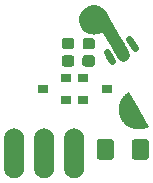
<source format=gbr>
G04 #@! TF.GenerationSoftware,KiCad,Pcbnew,5.0.0-fee4fd1~66~ubuntu18.04.1*
G04 #@! TF.CreationDate,2018-09-18T17:11:03+02:00*
G04 #@! TF.ProjectId,Lulu_star_212,4C756C755F737461725F3231322E6B69,2.1.2*
G04 #@! TF.SameCoordinates,Original*
G04 #@! TF.FileFunction,Soldermask,Top*
G04 #@! TF.FilePolarity,Negative*
%FSLAX46Y46*%
G04 Gerber Fmt 4.6, Leading zero omitted, Abs format (unit mm)*
G04 Created by KiCad (PCBNEW 5.0.0-fee4fd1~66~ubuntu18.04.1) date Tue Sep 18 17:11:03 2018*
%MOMM*%
%LPD*%
G01*
G04 APERTURE LIST*
%ADD10C,0.100000*%
%ADD11C,0.600000*%
%ADD12C,0.600000*%
%ADD13C,1.100000*%
%ADD14C,1.100000*%
%ADD15C,2.480000*%
%ADD16C,0.950000*%
%ADD17C,1.675000*%
%ADD18C,1.670000*%
%ADD19R,0.900000X0.800000*%
%ADD20C,1.425000*%
G04 APERTURE END LIST*
D10*
G04 #@! TO.C,P1*
G36*
X74442770Y-40829644D02*
X74412770Y-40777682D01*
X74391430Y-40720721D01*
X74365091Y-40655099D01*
X74332411Y-40558497D01*
X74299732Y-40461894D01*
X74280713Y-40368952D01*
X74254014Y-40222708D01*
X74247315Y-40111106D01*
X74245616Y-40008163D01*
X74250257Y-39936202D01*
X74258559Y-39850580D01*
X74272841Y-39715317D01*
X74287482Y-39660676D01*
X74305783Y-39592375D01*
X74327744Y-39510414D01*
X74354706Y-39437112D01*
X74374347Y-39391131D01*
X74397648Y-39331490D01*
X74417289Y-39285510D01*
X74445591Y-39234529D01*
X74473892Y-39183548D01*
X74502193Y-39132567D01*
X74539155Y-39076587D01*
X74563796Y-39039266D01*
X74597097Y-38996946D01*
X74642719Y-38935965D01*
X74693340Y-38883644D01*
X74756283Y-38812664D01*
X74794584Y-38779003D01*
X74832885Y-38745343D01*
X74879847Y-38706683D01*
X74952789Y-38653023D01*
X75025731Y-38599362D01*
X75095013Y-38559362D01*
X75945013Y-40031606D01*
X74472770Y-40881606D01*
X74442770Y-40829644D01*
G37*
G36*
X76743052Y-41533849D02*
X76691090Y-41563849D01*
X76634129Y-41585188D01*
X76568507Y-41611528D01*
X76471905Y-41644208D01*
X76375302Y-41676887D01*
X76282360Y-41695906D01*
X76136116Y-41722605D01*
X76024514Y-41729304D01*
X75921571Y-41731003D01*
X75849610Y-41726362D01*
X75763988Y-41718060D01*
X75628725Y-41703778D01*
X75574084Y-41689137D01*
X75505783Y-41670836D01*
X75423821Y-41648874D01*
X75350520Y-41621913D01*
X75304539Y-41602272D01*
X75244898Y-41578971D01*
X75198918Y-41559330D01*
X75147937Y-41531028D01*
X75096956Y-41502727D01*
X75045975Y-41474426D01*
X74989995Y-41437464D01*
X74952674Y-41412823D01*
X74910354Y-41379522D01*
X74849373Y-41333900D01*
X74797052Y-41283278D01*
X74726071Y-41220336D01*
X74692411Y-41182035D01*
X74658751Y-41143734D01*
X74620091Y-41096772D01*
X74566430Y-41023830D01*
X74512770Y-40950888D01*
X74472770Y-40881606D01*
X75945013Y-40031606D01*
X76795013Y-41503849D01*
X76743052Y-41533849D01*
G37*
G04 #@! TD*
D11*
G04 #@! TO.C,LED1*
X75365987Y-34459020D03*
D12*
X75140307Y-34069702D02*
X75591667Y-34848338D01*
D11*
X73462653Y-35562344D03*
D12*
X73236973Y-35173026D02*
X73688333Y-35951662D01*
D13*
X74339094Y-34880909D03*
D14*
X74038188Y-34361818D02*
X74640000Y-35400000D01*
D15*
X72143258Y-32460365D03*
D10*
G36*
X71685526Y-31307941D02*
X71800687Y-31268624D01*
X71919148Y-31240785D01*
X72039767Y-31224691D01*
X72161382Y-31220498D01*
X72282824Y-31228245D01*
X72402921Y-31247858D01*
X72520516Y-31279147D01*
X72634479Y-31321813D01*
X72743712Y-31375444D01*
X72847162Y-31439522D01*
X72943833Y-31513433D01*
X73032793Y-31596463D01*
X73113187Y-31687812D01*
X73184239Y-31786602D01*
X73207417Y-31826586D01*
X73212690Y-31823529D01*
X74550219Y-34130888D01*
X73583326Y-34691376D01*
X72870989Y-33462531D01*
X72817021Y-33501346D01*
X72711743Y-33562374D01*
X72600990Y-33612789D01*
X72485829Y-33652106D01*
X72367368Y-33679945D01*
X72246749Y-33696039D01*
X72125134Y-33700232D01*
X72003692Y-33692485D01*
X71883595Y-33672872D01*
X71766000Y-33641583D01*
X71652037Y-33598917D01*
X71542804Y-33545286D01*
X71439354Y-33481208D01*
X71342683Y-33407297D01*
X71253723Y-33324267D01*
X71173329Y-33232918D01*
X71102277Y-33134128D01*
X71041249Y-33028850D01*
X70990834Y-32918097D01*
X70951517Y-32802936D01*
X70923678Y-32684475D01*
X70907584Y-32563856D01*
X70903391Y-32442241D01*
X70911138Y-32320799D01*
X70930751Y-32200702D01*
X70962040Y-32083107D01*
X71004706Y-31969144D01*
X71058337Y-31859911D01*
X71122415Y-31756461D01*
X71196326Y-31659790D01*
X71279356Y-31570830D01*
X71370705Y-31490436D01*
X71469495Y-31419384D01*
X71574773Y-31358356D01*
X71685526Y-31307941D01*
X71685526Y-31307941D01*
G37*
G04 #@! TD*
G04 #@! TO.C,R3*
G36*
X70275779Y-34006144D02*
X70298834Y-34009563D01*
X70321443Y-34015227D01*
X70343387Y-34023079D01*
X70364457Y-34033044D01*
X70384448Y-34045026D01*
X70403168Y-34058910D01*
X70420438Y-34074562D01*
X70436090Y-34091832D01*
X70449974Y-34110552D01*
X70461956Y-34130543D01*
X70471921Y-34151613D01*
X70479773Y-34173557D01*
X70485437Y-34196166D01*
X70488856Y-34219221D01*
X70490000Y-34242500D01*
X70490000Y-34717500D01*
X70488856Y-34740779D01*
X70485437Y-34763834D01*
X70479773Y-34786443D01*
X70471921Y-34808387D01*
X70461956Y-34829457D01*
X70449974Y-34849448D01*
X70436090Y-34868168D01*
X70420438Y-34885438D01*
X70403168Y-34901090D01*
X70384448Y-34914974D01*
X70364457Y-34926956D01*
X70343387Y-34936921D01*
X70321443Y-34944773D01*
X70298834Y-34950437D01*
X70275779Y-34953856D01*
X70252500Y-34955000D01*
X69677500Y-34955000D01*
X69654221Y-34953856D01*
X69631166Y-34950437D01*
X69608557Y-34944773D01*
X69586613Y-34936921D01*
X69565543Y-34926956D01*
X69545552Y-34914974D01*
X69526832Y-34901090D01*
X69509562Y-34885438D01*
X69493910Y-34868168D01*
X69480026Y-34849448D01*
X69468044Y-34829457D01*
X69458079Y-34808387D01*
X69450227Y-34786443D01*
X69444563Y-34763834D01*
X69441144Y-34740779D01*
X69440000Y-34717500D01*
X69440000Y-34242500D01*
X69441144Y-34219221D01*
X69444563Y-34196166D01*
X69450227Y-34173557D01*
X69458079Y-34151613D01*
X69468044Y-34130543D01*
X69480026Y-34110552D01*
X69493910Y-34091832D01*
X69509562Y-34074562D01*
X69526832Y-34058910D01*
X69545552Y-34045026D01*
X69565543Y-34033044D01*
X69586613Y-34023079D01*
X69608557Y-34015227D01*
X69631166Y-34009563D01*
X69654221Y-34006144D01*
X69677500Y-34005000D01*
X70252500Y-34005000D01*
X70275779Y-34006144D01*
X70275779Y-34006144D01*
G37*
D16*
X69965000Y-34480000D03*
D10*
G36*
X72025779Y-34006144D02*
X72048834Y-34009563D01*
X72071443Y-34015227D01*
X72093387Y-34023079D01*
X72114457Y-34033044D01*
X72134448Y-34045026D01*
X72153168Y-34058910D01*
X72170438Y-34074562D01*
X72186090Y-34091832D01*
X72199974Y-34110552D01*
X72211956Y-34130543D01*
X72221921Y-34151613D01*
X72229773Y-34173557D01*
X72235437Y-34196166D01*
X72238856Y-34219221D01*
X72240000Y-34242500D01*
X72240000Y-34717500D01*
X72238856Y-34740779D01*
X72235437Y-34763834D01*
X72229773Y-34786443D01*
X72221921Y-34808387D01*
X72211956Y-34829457D01*
X72199974Y-34849448D01*
X72186090Y-34868168D01*
X72170438Y-34885438D01*
X72153168Y-34901090D01*
X72134448Y-34914974D01*
X72114457Y-34926956D01*
X72093387Y-34936921D01*
X72071443Y-34944773D01*
X72048834Y-34950437D01*
X72025779Y-34953856D01*
X72002500Y-34955000D01*
X71427500Y-34955000D01*
X71404221Y-34953856D01*
X71381166Y-34950437D01*
X71358557Y-34944773D01*
X71336613Y-34936921D01*
X71315543Y-34926956D01*
X71295552Y-34914974D01*
X71276832Y-34901090D01*
X71259562Y-34885438D01*
X71243910Y-34868168D01*
X71230026Y-34849448D01*
X71218044Y-34829457D01*
X71208079Y-34808387D01*
X71200227Y-34786443D01*
X71194563Y-34763834D01*
X71191144Y-34740779D01*
X71190000Y-34717500D01*
X71190000Y-34242500D01*
X71191144Y-34219221D01*
X71194563Y-34196166D01*
X71200227Y-34173557D01*
X71208079Y-34151613D01*
X71218044Y-34130543D01*
X71230026Y-34110552D01*
X71243910Y-34091832D01*
X71259562Y-34074562D01*
X71276832Y-34058910D01*
X71295552Y-34045026D01*
X71315543Y-34033044D01*
X71336613Y-34023079D01*
X71358557Y-34015227D01*
X71381166Y-34009563D01*
X71404221Y-34006144D01*
X71427500Y-34005000D01*
X72002500Y-34005000D01*
X72025779Y-34006144D01*
X72025779Y-34006144D01*
G37*
D16*
X71715000Y-34480000D03*
G04 #@! TD*
D10*
G04 #@! TO.C,J1*
G36*
X70560090Y-41662033D02*
X70641389Y-41674092D01*
X70721114Y-41694062D01*
X70798498Y-41721751D01*
X70872796Y-41756891D01*
X70943291Y-41799144D01*
X71009305Y-41848104D01*
X71070203Y-41903298D01*
X71125397Y-41964196D01*
X71174357Y-42030210D01*
X71216610Y-42100705D01*
X71251750Y-42175003D01*
X71279439Y-42252387D01*
X71299409Y-42332112D01*
X71311468Y-42413411D01*
X71315501Y-42495500D01*
X71315501Y-45020500D01*
X71311468Y-45102589D01*
X71299409Y-45183888D01*
X71279439Y-45263613D01*
X71251750Y-45340997D01*
X71216610Y-45415295D01*
X71174357Y-45485790D01*
X71125397Y-45551804D01*
X71070203Y-45612702D01*
X71009305Y-45667896D01*
X70943291Y-45716856D01*
X70872796Y-45759109D01*
X70798498Y-45794249D01*
X70721114Y-45821938D01*
X70641389Y-45841908D01*
X70560090Y-45853967D01*
X70478001Y-45858000D01*
X70477999Y-45858000D01*
X70395910Y-45853967D01*
X70314611Y-45841908D01*
X70234886Y-45821938D01*
X70157502Y-45794249D01*
X70083204Y-45759109D01*
X70012709Y-45716856D01*
X69946695Y-45667896D01*
X69885797Y-45612702D01*
X69830603Y-45551804D01*
X69781643Y-45485790D01*
X69739390Y-45415295D01*
X69704250Y-45340997D01*
X69676561Y-45263613D01*
X69656591Y-45183888D01*
X69644532Y-45102589D01*
X69640499Y-45020500D01*
X69640499Y-42495500D01*
X69644532Y-42413411D01*
X69656591Y-42332112D01*
X69676561Y-42252387D01*
X69704250Y-42175003D01*
X69739390Y-42100705D01*
X69781643Y-42030210D01*
X69830603Y-41964196D01*
X69885797Y-41903298D01*
X69946695Y-41848104D01*
X70012709Y-41799144D01*
X70083204Y-41756891D01*
X70157502Y-41721751D01*
X70234886Y-41694062D01*
X70314611Y-41674092D01*
X70395910Y-41662033D01*
X70477999Y-41658000D01*
X70478001Y-41658000D01*
X70560090Y-41662033D01*
X70560090Y-41662033D01*
G37*
D17*
X70478000Y-43758000D03*
D18*
X70478000Y-42488000D03*
X70478000Y-45028000D03*
X67938000Y-42488000D03*
D10*
G36*
X68020090Y-41662033D02*
X68101389Y-41674092D01*
X68181114Y-41694062D01*
X68258498Y-41721751D01*
X68332796Y-41756891D01*
X68403291Y-41799144D01*
X68469305Y-41848104D01*
X68530203Y-41903298D01*
X68585397Y-41964196D01*
X68634357Y-42030210D01*
X68676610Y-42100705D01*
X68711750Y-42175003D01*
X68739439Y-42252387D01*
X68759409Y-42332112D01*
X68771468Y-42413411D01*
X68775501Y-42495500D01*
X68775501Y-45020500D01*
X68771468Y-45102589D01*
X68759409Y-45183888D01*
X68739439Y-45263613D01*
X68711750Y-45340997D01*
X68676610Y-45415295D01*
X68634357Y-45485790D01*
X68585397Y-45551804D01*
X68530203Y-45612702D01*
X68469305Y-45667896D01*
X68403291Y-45716856D01*
X68332796Y-45759109D01*
X68258498Y-45794249D01*
X68181114Y-45821938D01*
X68101389Y-45841908D01*
X68020090Y-45853967D01*
X67938001Y-45858000D01*
X67937999Y-45858000D01*
X67855910Y-45853967D01*
X67774611Y-45841908D01*
X67694886Y-45821938D01*
X67617502Y-45794249D01*
X67543204Y-45759109D01*
X67472709Y-45716856D01*
X67406695Y-45667896D01*
X67345797Y-45612702D01*
X67290603Y-45551804D01*
X67241643Y-45485790D01*
X67199390Y-45415295D01*
X67164250Y-45340997D01*
X67136561Y-45263613D01*
X67116591Y-45183888D01*
X67104532Y-45102589D01*
X67100499Y-45020500D01*
X67100499Y-42495500D01*
X67104532Y-42413411D01*
X67116591Y-42332112D01*
X67136561Y-42252387D01*
X67164250Y-42175003D01*
X67199390Y-42100705D01*
X67241643Y-42030210D01*
X67290603Y-41964196D01*
X67345797Y-41903298D01*
X67406695Y-41848104D01*
X67472709Y-41799144D01*
X67543204Y-41756891D01*
X67617502Y-41721751D01*
X67694886Y-41694062D01*
X67774611Y-41674092D01*
X67855910Y-41662033D01*
X67937999Y-41658000D01*
X67938001Y-41658000D01*
X68020090Y-41662033D01*
X68020090Y-41662033D01*
G37*
D17*
X67938000Y-43758000D03*
D18*
X67938000Y-45028000D03*
D10*
G36*
X65480090Y-41662033D02*
X65561389Y-41674092D01*
X65641114Y-41694062D01*
X65718498Y-41721751D01*
X65792796Y-41756891D01*
X65863291Y-41799144D01*
X65929305Y-41848104D01*
X65990203Y-41903298D01*
X66045397Y-41964196D01*
X66094357Y-42030210D01*
X66136610Y-42100705D01*
X66171750Y-42175003D01*
X66199439Y-42252387D01*
X66219409Y-42332112D01*
X66231468Y-42413411D01*
X66235501Y-42495500D01*
X66235501Y-45020500D01*
X66231468Y-45102589D01*
X66219409Y-45183888D01*
X66199439Y-45263613D01*
X66171750Y-45340997D01*
X66136610Y-45415295D01*
X66094357Y-45485790D01*
X66045397Y-45551804D01*
X65990203Y-45612702D01*
X65929305Y-45667896D01*
X65863291Y-45716856D01*
X65792796Y-45759109D01*
X65718498Y-45794249D01*
X65641114Y-45821938D01*
X65561389Y-45841908D01*
X65480090Y-45853967D01*
X65398001Y-45858000D01*
X65397999Y-45858000D01*
X65315910Y-45853967D01*
X65234611Y-45841908D01*
X65154886Y-45821938D01*
X65077502Y-45794249D01*
X65003204Y-45759109D01*
X64932709Y-45716856D01*
X64866695Y-45667896D01*
X64805797Y-45612702D01*
X64750603Y-45551804D01*
X64701643Y-45485790D01*
X64659390Y-45415295D01*
X64624250Y-45340997D01*
X64596561Y-45263613D01*
X64576591Y-45183888D01*
X64564532Y-45102589D01*
X64560499Y-45020500D01*
X64560499Y-42495500D01*
X64564532Y-42413411D01*
X64576591Y-42332112D01*
X64596561Y-42252387D01*
X64624250Y-42175003D01*
X64659390Y-42100705D01*
X64701643Y-42030210D01*
X64750603Y-41964196D01*
X64805797Y-41903298D01*
X64866695Y-41848104D01*
X64932709Y-41799144D01*
X65003204Y-41756891D01*
X65077502Y-41721751D01*
X65154886Y-41694062D01*
X65234611Y-41674092D01*
X65315910Y-41662033D01*
X65397999Y-41658000D01*
X65398001Y-41658000D01*
X65480090Y-41662033D01*
X65480090Y-41662033D01*
G37*
D17*
X65398000Y-43758000D03*
D18*
X65398000Y-45028000D03*
X65398000Y-42488000D03*
G04 #@! TD*
D19*
G04 #@! TO.C,T1*
X67810000Y-38340000D03*
X69810000Y-37390000D03*
X69810000Y-39290000D03*
G04 #@! TD*
G04 #@! TO.C,Q1*
X73230000Y-38340000D03*
X71230000Y-39290000D03*
X71230000Y-37390000D03*
G04 #@! TD*
D10*
G04 #@! TO.C,R1*
G36*
X70265779Y-35466144D02*
X70288834Y-35469563D01*
X70311443Y-35475227D01*
X70333387Y-35483079D01*
X70354457Y-35493044D01*
X70374448Y-35505026D01*
X70393168Y-35518910D01*
X70410438Y-35534562D01*
X70426090Y-35551832D01*
X70439974Y-35570552D01*
X70451956Y-35590543D01*
X70461921Y-35611613D01*
X70469773Y-35633557D01*
X70475437Y-35656166D01*
X70478856Y-35679221D01*
X70480000Y-35702500D01*
X70480000Y-36177500D01*
X70478856Y-36200779D01*
X70475437Y-36223834D01*
X70469773Y-36246443D01*
X70461921Y-36268387D01*
X70451956Y-36289457D01*
X70439974Y-36309448D01*
X70426090Y-36328168D01*
X70410438Y-36345438D01*
X70393168Y-36361090D01*
X70374448Y-36374974D01*
X70354457Y-36386956D01*
X70333387Y-36396921D01*
X70311443Y-36404773D01*
X70288834Y-36410437D01*
X70265779Y-36413856D01*
X70242500Y-36415000D01*
X69667500Y-36415000D01*
X69644221Y-36413856D01*
X69621166Y-36410437D01*
X69598557Y-36404773D01*
X69576613Y-36396921D01*
X69555543Y-36386956D01*
X69535552Y-36374974D01*
X69516832Y-36361090D01*
X69499562Y-36345438D01*
X69483910Y-36328168D01*
X69470026Y-36309448D01*
X69458044Y-36289457D01*
X69448079Y-36268387D01*
X69440227Y-36246443D01*
X69434563Y-36223834D01*
X69431144Y-36200779D01*
X69430000Y-36177500D01*
X69430000Y-35702500D01*
X69431144Y-35679221D01*
X69434563Y-35656166D01*
X69440227Y-35633557D01*
X69448079Y-35611613D01*
X69458044Y-35590543D01*
X69470026Y-35570552D01*
X69483910Y-35551832D01*
X69499562Y-35534562D01*
X69516832Y-35518910D01*
X69535552Y-35505026D01*
X69555543Y-35493044D01*
X69576613Y-35483079D01*
X69598557Y-35475227D01*
X69621166Y-35469563D01*
X69644221Y-35466144D01*
X69667500Y-35465000D01*
X70242500Y-35465000D01*
X70265779Y-35466144D01*
X70265779Y-35466144D01*
G37*
D16*
X69955000Y-35940000D03*
D10*
G36*
X72015779Y-35466144D02*
X72038834Y-35469563D01*
X72061443Y-35475227D01*
X72083387Y-35483079D01*
X72104457Y-35493044D01*
X72124448Y-35505026D01*
X72143168Y-35518910D01*
X72160438Y-35534562D01*
X72176090Y-35551832D01*
X72189974Y-35570552D01*
X72201956Y-35590543D01*
X72211921Y-35611613D01*
X72219773Y-35633557D01*
X72225437Y-35656166D01*
X72228856Y-35679221D01*
X72230000Y-35702500D01*
X72230000Y-36177500D01*
X72228856Y-36200779D01*
X72225437Y-36223834D01*
X72219773Y-36246443D01*
X72211921Y-36268387D01*
X72201956Y-36289457D01*
X72189974Y-36309448D01*
X72176090Y-36328168D01*
X72160438Y-36345438D01*
X72143168Y-36361090D01*
X72124448Y-36374974D01*
X72104457Y-36386956D01*
X72083387Y-36396921D01*
X72061443Y-36404773D01*
X72038834Y-36410437D01*
X72015779Y-36413856D01*
X71992500Y-36415000D01*
X71417500Y-36415000D01*
X71394221Y-36413856D01*
X71371166Y-36410437D01*
X71348557Y-36404773D01*
X71326613Y-36396921D01*
X71305543Y-36386956D01*
X71285552Y-36374974D01*
X71266832Y-36361090D01*
X71249562Y-36345438D01*
X71233910Y-36328168D01*
X71220026Y-36309448D01*
X71208044Y-36289457D01*
X71198079Y-36268387D01*
X71190227Y-36246443D01*
X71184563Y-36223834D01*
X71181144Y-36200779D01*
X71180000Y-36177500D01*
X71180000Y-35702500D01*
X71181144Y-35679221D01*
X71184563Y-35656166D01*
X71190227Y-35633557D01*
X71198079Y-35611613D01*
X71208044Y-35590543D01*
X71220026Y-35570552D01*
X71233910Y-35551832D01*
X71249562Y-35534562D01*
X71266832Y-35518910D01*
X71285552Y-35505026D01*
X71305543Y-35493044D01*
X71326613Y-35483079D01*
X71348557Y-35475227D01*
X71371166Y-35469563D01*
X71394221Y-35466144D01*
X71417500Y-35465000D01*
X71992500Y-35465000D01*
X72015779Y-35466144D01*
X72015779Y-35466144D01*
G37*
D16*
X71705000Y-35940000D03*
G04 #@! TD*
D10*
G04 #@! TO.C,R2*
G36*
X73600069Y-42556201D02*
X73624276Y-42559792D01*
X73648015Y-42565738D01*
X73671057Y-42573982D01*
X73693180Y-42584446D01*
X73714171Y-42597027D01*
X73733827Y-42611605D01*
X73751960Y-42628040D01*
X73768395Y-42646173D01*
X73782973Y-42665829D01*
X73795554Y-42686820D01*
X73806018Y-42708943D01*
X73814262Y-42731985D01*
X73820208Y-42755724D01*
X73823799Y-42779931D01*
X73825000Y-42804374D01*
X73825000Y-44055626D01*
X73823799Y-44080069D01*
X73820208Y-44104276D01*
X73814262Y-44128015D01*
X73806018Y-44151057D01*
X73795554Y-44173180D01*
X73782973Y-44194171D01*
X73768395Y-44213827D01*
X73751960Y-44231960D01*
X73733827Y-44248395D01*
X73714171Y-44262973D01*
X73693180Y-44275554D01*
X73671057Y-44286018D01*
X73648015Y-44294262D01*
X73624276Y-44300208D01*
X73600069Y-44303799D01*
X73575626Y-44305000D01*
X72649374Y-44305000D01*
X72624931Y-44303799D01*
X72600724Y-44300208D01*
X72576985Y-44294262D01*
X72553943Y-44286018D01*
X72531820Y-44275554D01*
X72510829Y-44262973D01*
X72491173Y-44248395D01*
X72473040Y-44231960D01*
X72456605Y-44213827D01*
X72442027Y-44194171D01*
X72429446Y-44173180D01*
X72418982Y-44151057D01*
X72410738Y-44128015D01*
X72404792Y-44104276D01*
X72401201Y-44080069D01*
X72400000Y-44055626D01*
X72400000Y-42804374D01*
X72401201Y-42779931D01*
X72404792Y-42755724D01*
X72410738Y-42731985D01*
X72418982Y-42708943D01*
X72429446Y-42686820D01*
X72442027Y-42665829D01*
X72456605Y-42646173D01*
X72473040Y-42628040D01*
X72491173Y-42611605D01*
X72510829Y-42597027D01*
X72531820Y-42584446D01*
X72553943Y-42573982D01*
X72576985Y-42565738D01*
X72600724Y-42559792D01*
X72624931Y-42556201D01*
X72649374Y-42555000D01*
X73575626Y-42555000D01*
X73600069Y-42556201D01*
X73600069Y-42556201D01*
G37*
D20*
X73112500Y-43430000D03*
D10*
G36*
X76574504Y-42556204D02*
X76598773Y-42559804D01*
X76622571Y-42565765D01*
X76645671Y-42574030D01*
X76667849Y-42584520D01*
X76688893Y-42597133D01*
X76708598Y-42611747D01*
X76726777Y-42628223D01*
X76743253Y-42646402D01*
X76757867Y-42666107D01*
X76770480Y-42687151D01*
X76780970Y-42709329D01*
X76789235Y-42732429D01*
X76795196Y-42756227D01*
X76798796Y-42780496D01*
X76800000Y-42805000D01*
X76800000Y-44055000D01*
X76798796Y-44079504D01*
X76795196Y-44103773D01*
X76789235Y-44127571D01*
X76780970Y-44150671D01*
X76770480Y-44172849D01*
X76757867Y-44193893D01*
X76743253Y-44213598D01*
X76726777Y-44231777D01*
X76708598Y-44248253D01*
X76688893Y-44262867D01*
X76667849Y-44275480D01*
X76645671Y-44285970D01*
X76622571Y-44294235D01*
X76598773Y-44300196D01*
X76574504Y-44303796D01*
X76550000Y-44305000D01*
X75625000Y-44305000D01*
X75600496Y-44303796D01*
X75576227Y-44300196D01*
X75552429Y-44294235D01*
X75529329Y-44285970D01*
X75507151Y-44275480D01*
X75486107Y-44262867D01*
X75466402Y-44248253D01*
X75448223Y-44231777D01*
X75431747Y-44213598D01*
X75417133Y-44193893D01*
X75404520Y-44172849D01*
X75394030Y-44150671D01*
X75385765Y-44127571D01*
X75379804Y-44103773D01*
X75376204Y-44079504D01*
X75375000Y-44055000D01*
X75375000Y-42805000D01*
X75376204Y-42780496D01*
X75379804Y-42756227D01*
X75385765Y-42732429D01*
X75394030Y-42709329D01*
X75404520Y-42687151D01*
X75417133Y-42666107D01*
X75431747Y-42646402D01*
X75448223Y-42628223D01*
X75466402Y-42611747D01*
X75486107Y-42597133D01*
X75507151Y-42584520D01*
X75529329Y-42574030D01*
X75552429Y-42565765D01*
X75576227Y-42559804D01*
X75600496Y-42556204D01*
X75625000Y-42555000D01*
X76550000Y-42555000D01*
X76574504Y-42556204D01*
X76574504Y-42556204D01*
G37*
D20*
X76087500Y-43430000D03*
G04 #@! TD*
M02*

</source>
